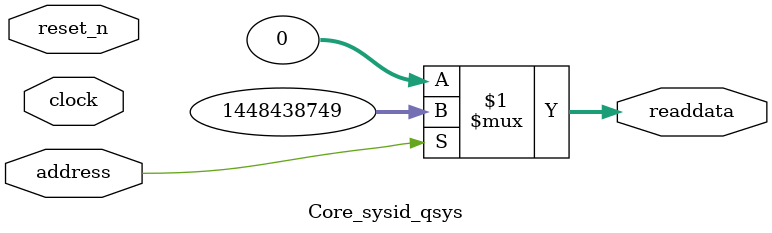
<source format=v>



// synthesis translate_off
`timescale 1ns / 1ps
// synthesis translate_on

// turn off superfluous verilog processor warnings 
// altera message_level Level1 
// altera message_off 10034 10035 10036 10037 10230 10240 10030 

module Core_sysid_qsys (
               // inputs:
                address,
                clock,
                reset_n,

               // outputs:
                readdata
             )
;

  output  [ 31: 0] readdata;
  input            address;
  input            clock;
  input            reset_n;

  wire    [ 31: 0] readdata;
  //control_slave, which is an e_avalon_slave
  assign readdata = address ? 1448438749 : 0;

endmodule




</source>
